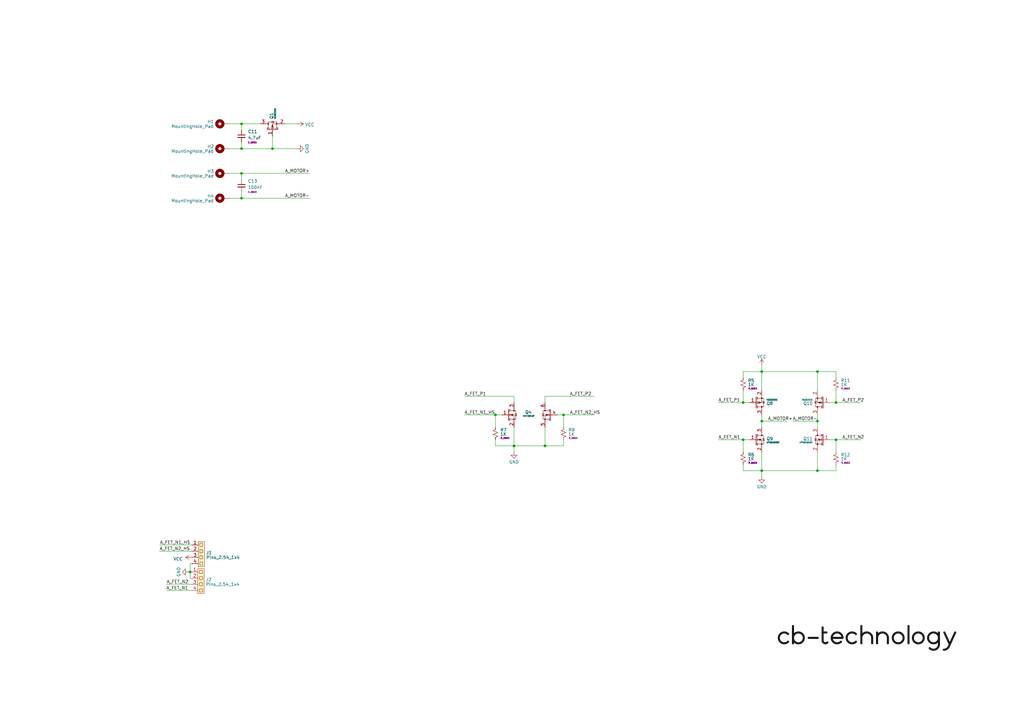
<source format=kicad_sch>
(kicad_sch (version 20230121) (generator eeschema)
  (paper "A3")
  (title_block (title "THE BRAINS - 20A POWER") (date "2023-05-22") (rev "v1.0") (company "CB-TECHNOLOGY"))
  (lib_symbols
    (symbol ".C_Capacitor:C_0603" (pin_numbers hide) (pin_names (offset 1.016))
      (property "Reference" "C" (at 3.175 1.905 0))
      (property "Value" "C_0603" (at 5.715 0 0))
      (property "Size" "C_0603" (at 4.445 -1.905 0))
      (symbol "C_0603_1_1"
        (polyline (pts (xy -1.524 -0.508) (xy 1.524 -0.508)) (stroke (width 0.3302)))
        (polyline (pts (xy -1.524 0.508) (xy 1.524 0.508)) (stroke (width 0.3048)))
        (pin passive line (at 0 2.54 270) (length 2.032) (name "~") (number "1"))
        (pin passive line (at 0 -2.54 90) (length 2.032) (name "~") (number "2"))
      )
    )
    (symbol ".J_Connector:Pins_2.54_1x4" (pin_names hide)
      (property "Reference" "J" (at -1.27 11.43 0))
      (property "Value" "Pins_2.54_1x4" (at 0 -1.27 0))
      (symbol "Pins_2.54_1x4_0_1"
        (rectangle (start -1.27 10.16) (end 1.27 0) (stroke (width 0.1524)) (fill (type background)))
        (rectangle (start -0.635 1.905) (end 0.635 0.635) (stroke (width 0.1524)))
        (rectangle (start -0.635 4.445) (end 0.635 3.175) (stroke (width 0.1524)))
        (rectangle (start -0.635 6.985) (end 0.635 5.715) (stroke (width 0.1524)))
        (rectangle (start -0.635 9.525) (end 0.635 8.255) (stroke (width 0.1524)))
      )
      (symbol "Pins_2.54_1x4_1_1"
        (pin passive line (at -3.81 8.89 0) (length 2.54) (name "1") (number "1"))
        (pin passive line (at -3.81 6.35 0) (length 2.54) (name "2") (number "2"))
        (pin passive line (at -3.81 3.81 0) (length 2.54) (name "3") (number "3"))
        (pin passive line (at -3.81 1.27 0) (length 2.54) (name "4") (number "4"))
      )
    )
    (symbol ".Q_MOSFET:AP50N03DF" (pin_names (offset 0) hide)
      (property "Reference" "Q" (at 2.54 1.27 0))
      (property "Value" "AP50N03DF" (at 2.54 -0.381 0))
      (symbol "AP50N03DF_0_1"
        (circle (center 0 -1.778) (radius 0.254) (fill (type outline)))
        (polyline (pts (xy -2.286 -2.286) (xy -2.286 2.286)) (stroke (width 0.254)))
        (polyline (pts (xy -1.778 -1.27) (xy -1.778 -2.286)) (stroke (width 0.254)))
        (polyline (pts (xy -1.778 0.508) (xy -1.778 -0.508)) (stroke (width 0.254)))
        (polyline (pts (xy -1.778 2.286) (xy -1.778 1.27)) (stroke (width 0.254)))
        (polyline (pts (xy 0 2.54) (xy 0 1.778)))
        (polyline (pts (xy 0 -2.54) (xy 0 0) (xy -1.778 0)))
        (polyline (pts (xy -1.778 1.778) (xy 0.762 1.778) (xy 0.762 -1.778) (xy -1.778 -1.778)))
        (polyline (pts (xy -1.4732 0) (xy -0.4572 -0.381) (xy -0.4572 0.381) (xy -1.4732 0)) (fill (type outline)))
        (polyline (pts (xy 0.254 0.3048) (xy 0.381 0.4318) (xy 1.143 0.4318) (xy 1.27 0.5588)))
        (polyline (pts (xy 0.762 0.3048) (xy 1.143 -0.3302) (xy 0.381 -0.3302) (xy 0.762 0.3048)))
        (circle (center 0 1.778) (radius 0.254) (fill (type outline)))
      )
      (symbol "AP50N03DF_1_1"
        (pin input line (at -5.08 0 0) (length 2.6924) (name "G") (number "1"))
        (pin passive line (at 0 -5.08 90) (length 2.54) (name "S") (number "2"))
        (pin passive line (at 0 5.08 270) (length 2.54) (name "D") (number "3"))
      )
    )
    (symbol ".Q_MOSFET:HXY304DF" (pin_names (offset 0) hide)
      (property "Reference" "Q" (at -2.54 1.651 0))
      (property "Value" "HXY304DF" (at -2.54 0 0))
      (symbol "HXY304DF_0_1"
        (circle (center -7.62 -1.778) (radius 0.254) (fill (type outline)))
        (circle (center -7.62 1.778) (radius 0.254) (fill (type outline)))
        (polyline (pts (xy -9.906 -2.286) (xy -9.906 2.286)) (stroke (width 0.254)))
        (polyline (pts (xy -9.398 -1.27) (xy -9.398 -2.286)) (stroke (width 0.254)))
        (polyline (pts (xy -9.398 0.508) (xy -9.398 -0.508)) (stroke (width 0.254)))
        (polyline (pts (xy -9.398 2.286) (xy -9.398 1.27)) (stroke (width 0.254)))
        (polyline (pts (xy -7.62 2.54) (xy -7.62 1.778)))
        (polyline (pts (xy 5.08 2.54) (xy 5.08 1.778)))
        (polyline (pts (xy 6.858 -1.27) (xy 6.858 -2.286)) (stroke (width 0.254)))
        (polyline (pts (xy 6.858 0.508) (xy 6.858 -0.508)) (stroke (width 0.254)))
        (polyline (pts (xy 6.858 2.286) (xy 6.858 1.27)) (stroke (width 0.254)))
        (polyline (pts (xy 7.366 -2.286) (xy 7.366 2.286)) (stroke (width 0.254)))
        (polyline (pts (xy -7.62 -2.54) (xy -7.62 0) (xy -9.398 0)))
        (polyline (pts (xy 5.08 -2.54) (xy 5.08 0) (xy 6.858 0)))
        (polyline (pts (xy -9.398 1.778) (xy -6.858 1.778) (xy -6.858 -1.778) (xy -9.398 -1.778)))
        (polyline (pts (xy -9.0932 0) (xy -8.0772 -0.381) (xy -8.0772 0.381) (xy -9.0932 0)) (fill (type outline)))
        (polyline (pts (xy -7.366 0.3048) (xy -7.239 0.4318) (xy -6.477 0.4318) (xy -6.35 0.5588)))
        (polyline (pts (xy -6.858 0.3048) (xy -6.477 -0.3302) (xy -7.239 -0.3302) (xy -6.858 0.3048)))
        (polyline (pts (xy 4.318 0.3048) (xy 3.937 -0.3302) (xy 4.699 -0.3302) (xy 4.318 0.3048)))
        (polyline (pts (xy 4.826 0.3048) (xy 4.699 0.4318) (xy 3.937 0.4318) (xy 3.81 0.5588)))
        (polyline (pts (xy 6.5532 0) (xy 5.5372 -0.381) (xy 5.5372 0.381) (xy 6.5532 0)) (fill (type outline)))
        (polyline (pts (xy 6.858 1.778) (xy 4.318 1.778) (xy 4.318 -1.778) (xy 6.858 -1.778)))
        (circle (center 5.08 -1.778) (radius 0.254) (fill (type outline)))
        (circle (center 5.08 1.778) (radius 0.254) (fill (type outline)))
      )
      (symbol "HXY304DF_1_1"
        (pin input line (at -12.7 0 0) (length 2.6924) (name "G") (number "1"))
        (pin passive line (at -7.62 -5.08 90) (length 2.54) (name "S") (number "2"))
        (pin passive line (at -7.62 5.08 270) (length 2.54) (name "D") (number "3"))
        (pin input line (at 10.16 0 180) (length 2.6924) (name "G") (number "4"))
        (pin passive line (at 5.08 -5.08 90) (length 2.54) (name "S") (number "5"))
        (pin passive line (at 5.08 5.08 270) (length 2.54) (name "D") (number "6"))
      )
    )
    (symbol ".Q_MOSFET:VS3522AE" (pin_names (offset 0) hide)
      (property "Reference" "Q" (at 2.54 1.27 0))
      (property "Value" "VS3522AE" (at 2.54 -0.381 0))
      (symbol "VS3522AE_0_1"
        (circle (center 0 -1.778) (radius 0.254) (fill (type outline)))
        (polyline (pts (xy -2.286 -2.286) (xy -2.286 2.286)) (stroke (width 0.254)))
        (polyline (pts (xy -1.778 -1.27) (xy -1.778 -2.286)) (stroke (width 0.254)))
        (polyline (pts (xy -1.778 0.508) (xy -1.778 -0.508)) (stroke (width 0.254)))
        (polyline (pts (xy -1.778 2.286) (xy -1.778 1.27)) (stroke (width 0.254)))
        (polyline (pts (xy 0 2.54) (xy 0 1.778)))
        (polyline (pts (xy 0 -2.54) (xy 0 0) (xy -1.778 0)))
        (polyline (pts (xy -1.778 1.778) (xy 0.762 1.778) (xy 0.762 -1.778) (xy -1.778 -1.778)))
        (polyline (pts (xy -0.254 0) (xy -1.27 0.381) (xy -1.27 -0.381) (xy -0.254 0)) (fill (type outline)))
        (polyline (pts (xy 0.254 -0.508) (xy 0.381 -0.381) (xy 1.143 -0.381) (xy 1.27 -0.254)))
        (polyline (pts (xy 0.762 -0.381) (xy 0.381 0.254) (xy 1.143 0.254) (xy 0.762 -0.381)))
        (circle (center 0 1.778) (radius 0.254) (fill (type outline)))
      )
      (symbol "VS3522AE_1_1"
        (pin input line (at -5.08 0 0) (length 2.6924) (name "G") (number "1"))
        (pin passive line (at 0 -5.08 90) (length 2.54) (name "S") (number "2"))
        (pin passive line (at 0 5.08 270) (length 2.54) (name "D") (number "3"))
      )
    )
    (symbol ".R_Resistor:R_0603" (pin_numbers hide) (pin_names (offset 1.016))
      (property "Reference" "R" (at 2.54 1.905 0))
      (property "Value" "R_0603" (at 5.08 0 0))
      (property "Size" "R_0603" (at 3.81 -1.905 0))
      (symbol "R_0603_1_1"
        (polyline (pts (xy 0 0) (xy 1.016 -0.381) (xy 0 -0.762) (xy -1.016 -1.143) (xy 0 -1.524)))
        (polyline (pts (xy 0 1.524) (xy 1.016 1.143) (xy 0 0.762) (xy -1.016 0.381) (xy 0 0)))
        (pin passive line (at 0 2.54 270) (length 1.016) (name "~") (number "1"))
        (pin passive line (at 0 -2.54 90) (length 1.016) (name "~") (number "2"))
      )
    )
    (symbol "Mechanical:MountingHole_Pad" (pin_numbers hide) (pin_names (offset 1.016) hide)
      (property "Reference" "H" (at 0 6.35 0))
      (property "Value" "MountingHole_Pad" (at 0 4.445 0))
      (symbol "MountingHole_Pad_0_1"
        (circle (center 0 1.27) (radius 1.27) (stroke (width 1.27)))
      )
      (symbol "MountingHole_Pad_1_1"
        (pin input line (at 0 -2.54 90) (length 2.54) (name "1") (number "1"))
      )
    )
    (symbol "power:GND" (power) (pin_names (offset 0))
      (property "Value" "GND" (at 0 -3.81 0))
      (symbol "GND_0_1"
        (polyline (pts (xy 0 0) (xy 0 -1.27) (xy 1.27 -1.27) (xy 0 -2.54) (xy -1.27 -1.27) (xy 0 -1.27)))
      )
      (symbol "GND_1_1"
        (pin power_in line (at 0 0 270) (length 0) hide (name "GND") (number "1"))
      )
    )
    (symbol "power:VCC" (power) (pin_names (offset 0))
      (property "Value" "VCC" (at 0 3.81 0))
      (symbol "VCC_0_1"
        (polyline (pts (xy -0.762 1.27) (xy 0 2.54)))
        (polyline (pts (xy 0 0) (xy 0 2.54)))
        (polyline (pts (xy 0 2.54) (xy 0.762 1.27)))
      )
      (symbol "VCC_1_1"
        (pin power_in line (at 0 0 90) (length 0) hide (name "VCC") (number "1"))
      )
    )
  )
  (junction (at 342.9 165.1))
  (junction (at 99.06 81.28))
  (junction (at 111.76 60.96))
  (junction (at 223.52 182.88))
  (junction (at 99.06 60.96))
  (junction (at 304.8 165.1))
  (junction (at 231.14 170.18))
  (junction (at 203.2 170.18))
  (junction (at 335.28 172.72))
  (junction (at 312.42 152.4))
  (junction (at 335.28 152.4))
  (junction (at 342.9 180.34))
  (junction (at 304.8 180.34))
  (junction (at 99.06 50.8))
  (junction (at 99.06 71.12))
  (junction (at 312.42 193.04))
  (junction (at 335.28 193.04))
  (junction (at 77.978 234.569))
  (junction (at 312.42 172.72))
  (junction (at 210.82 182.88))
  (wire (pts (xy 93.98 71.12) (xy 99.06 71.12)))
  (wire (pts (xy 335.28 172.72) (xy 335.28 175.26)))
  (wire (pts (xy 325.12 172.72) (xy 335.28 172.72)))
  (wire (pts (xy 304.8 193.04) (xy 304.8 190.5)))
  (wire (pts (xy 99.06 58.42) (xy 99.06 60.96)))
  (wire (pts (xy 203.2 182.88) (xy 210.82 182.88)))
  (wire (pts (xy 312.42 152.4) (xy 304.8 152.4)))
  (wire (pts (xy 93.98 81.28) (xy 99.06 81.28)))
  (wire (pts (xy 223.52 182.88) (xy 231.14 182.88)))
  (wire (pts (xy 231.14 170.18) (xy 231.14 175.26)))
  (wire (pts (xy 335.28 152.4) (xy 342.9 152.4)))
  (wire (pts (xy 335.28 193.04) (xy 335.28 185.42)))
  (wire (pts (xy 99.06 50.8) (xy 106.68 50.8)))
  (wire (pts (xy 340.36 180.34) (xy 342.9 180.34)))
  (wire (pts (xy 210.82 162.56) (xy 210.82 165.1)))
  (wire (pts (xy 312.42 193.04) (xy 304.8 193.04)))
  (wire (pts (xy 210.82 182.88) (xy 210.82 185.42)))
  (wire (pts (xy 294.64 180.34) (xy 304.8 180.34)))
  (wire (pts (xy 342.9 160.02) (xy 342.9 165.1)))
  (wire (pts (xy 312.42 152.4) (xy 312.42 160.02)))
  (wire (pts (xy 116.84 50.8) (xy 121.92 50.8)))
  (wire (pts (xy 304.8 180.34) (xy 307.34 180.34)))
  (wire (pts (xy 231.14 170.18) (xy 243.84 170.18)))
  (wire (pts (xy 304.8 180.34) (xy 304.8 185.42)))
  (wire (pts (xy 203.2 180.34) (xy 203.2 182.88)))
  (wire (pts (xy 312.42 193.04) (xy 312.42 195.58)))
  (wire (pts (xy 335.28 152.4) (xy 335.28 160.02)))
  (wire (pts (xy 99.06 71.12) (xy 127 71.12)))
  (wire (pts (xy 99.06 50.8) (xy 99.06 53.34)))
  (wire (pts (xy 210.82 175.26) (xy 210.82 182.88)))
  (wire (pts (xy 342.9 180.34) (xy 353.06 180.34)))
  (wire (pts (xy 312.42 193.04) (xy 335.28 193.04)))
  (wire (pts (xy 99.06 71.12) (xy 99.06 73.66)))
  (wire (pts (xy 342.9 165.1) (xy 353.06 165.1)))
  (wire (pts (xy 342.9 152.4) (xy 342.9 154.94)))
  (wire (pts (xy 78.74 231.14) (xy 77.978 231.14)))
  (wire (pts (xy 65.532 223.52) (xy 78.74 223.52)))
  (wire (pts (xy 231.14 170.18) (xy 228.6 170.18)))
  (wire (pts (xy 335.28 170.18) (xy 335.28 172.72)))
  (wire (pts (xy 65.405 226.06) (xy 78.74 226.06)))
  (wire (pts (xy 68.199 242.189) (xy 78.613 242.189)))
  (wire (pts (xy 77.343 234.569) (xy 77.978 234.569)))
  (wire (pts (xy 190.5 162.56) (xy 210.82 162.56)))
  (wire (pts (xy 203.2 170.18) (xy 205.74 170.18)))
  (wire (pts (xy 312.42 185.42) (xy 312.42 193.04)))
  (wire (pts (xy 312.42 149.86) (xy 312.42 152.4)))
  (wire (pts (xy 190.5 170.18) (xy 203.2 170.18)))
  (wire (pts (xy 312.42 152.4) (xy 335.28 152.4)))
  (wire (pts (xy 223.52 162.56) (xy 243.84 162.56)))
  (wire (pts (xy 93.98 60.96) (xy 99.06 60.96)))
  (wire (pts (xy 231.14 182.88) (xy 231.14 180.34)))
  (wire (pts (xy 304.8 165.1) (xy 307.34 165.1)))
  (wire (pts (xy 203.2 170.18) (xy 203.2 175.26)))
  (wire (pts (xy 294.64 165.1) (xy 304.8 165.1)))
  (wire (pts (xy 223.52 175.26) (xy 223.52 182.88)))
  (wire (pts (xy 77.978 237.109) (xy 78.613 237.109)))
  (wire (pts (xy 68.326 239.649) (xy 78.613 239.649)))
  (wire (pts (xy 304.8 160.02) (xy 304.8 165.1)))
  (wire (pts (xy 77.978 234.569) (xy 78.613 234.569)))
  (wire (pts (xy 111.76 55.88) (xy 111.76 60.96)))
  (wire (pts (xy 340.36 165.1) (xy 342.9 165.1)))
  (wire (pts (xy 304.8 152.4) (xy 304.8 154.94)))
  (wire (pts (xy 99.06 81.28) (xy 127 81.28)))
  (wire (pts (xy 312.42 170.18) (xy 312.42 172.72)))
  (wire (pts (xy 77.978 234.569) (xy 77.978 237.109)))
  (wire (pts (xy 335.28 193.04) (xy 342.9 193.04)))
  (wire (pts (xy 99.06 78.74) (xy 99.06 81.28)))
  (wire (pts (xy 111.76 60.96) (xy 121.92 60.96)))
  (wire (pts (xy 342.9 180.34) (xy 342.9 185.42)))
  (wire (pts (xy 312.42 172.72) (xy 312.42 175.26)))
  (wire (pts (xy 223.52 162.56) (xy 223.52 165.1)))
  (wire (pts (xy 210.82 182.88) (xy 223.52 182.88)))
  (wire (pts (xy 312.42 172.72) (xy 322.58 172.72)))
  (wire (pts (xy 342.9 193.04) (xy 342.9 190.5)))
  (wire (pts (xy 99.06 60.96) (xy 111.76 60.96)))
  (wire (pts (xy 77.978 231.14) (xy 77.978 234.569)))
  (wire (pts (xy 93.98 50.8) (xy 99.06 50.8)))
  (image (at 355.6 261.62) (scale 0.288117))
  (label "A_FET_P2" (at 345.44 165.1 0))
  (label "A_FET_P2" (at 233.68 162.56 0))
  (label "A_FET_N1" (at 294.64 180.34 0))
  (label "A_FET_N1" (at 68.199 242.189 0))
  (label "A_FET_P1" (at 294.64 165.1 0))
  (label "A_FET_N1_HS" (at 65.532 223.52 0))
  (label "A_MOTOR+" (at 116.84 71.12 0))
  (label "A_MOTOR-" (at 325.12 172.72 0))
  (label "A_FET_N2" (at 68.326 239.649 0))
  (label "A_FET_N2_HS" (at 233.68 170.18 0))
  (label "A_FET_N2_HS" (at 65.405 226.06 0))
  (label "A_MOTOR+" (at 314.96 172.72 0))
  (label "A_FET_N1_HS" (at 190.5 170.18 0))
  (label "A_FET_N2" (at 345.44 180.34 0))
  (label "A_FET_P1" (at 190.5 162.56 0))
  (label "A_MOTOR-" (at 116.84 81.28 0))
  (symbol (lib_id ".R_Resistor:R_0603") (at 342.9 157.48 0) (mirror y) (unit 1)
    (property "Reference" "R11" (at 344.8304 156.0321 0) (effects (justify right)))
    (property "Value" "1K" (at 344.805 157.7593 0) (effects (justify right)))
    (property "Footprint" ".R_Resistor:R_0603" (effects hide))
    (property "Size" "R_0603" (at 344.9828 159.3596 0) (effects (font (size 0.635 0.635)) (justify right)))
  )
  (symbol (lib_id "power:GND") (at 210.82 185.42 0) (unit 1)
    (property "Reference" "#PWR019" (effects hide))
    (property "Value" "GND" (at 210.82 189.484 0))
  )
  (symbol (lib_id ".J_Connector:Pins_2.54_1x4") (at 82.423 243.459 0) (unit 1)
    (property "Reference" "J2" (at 84.4042 237.7353 0) (effects (justify left)))
    (property "Value" "Pins_2.54_1x4" (at 84.4042 239.6563 0) (effects (justify left)))
    (property "Footprint" ".J_Connector:Pins-2.54-1x4" (effects hide))
  )
  (symbol (lib_id "power:VCC") (at 121.92 50.8 270) (unit 1)
    (property "Reference" "#PWR04" (effects hide))
    (property "Value" "VCC" (at 125.095 51.1168 90) (effects (justify left)))
  )
  (symbol (lib_id "power:GND") (at 77.343 234.569 270) (unit 1)
    (property "Reference" "#PWR07" (effects hide))
    (property "Value" "GND" (at 73.279 234.569 0))
  )
  (symbol (lib_id ".Q_MOSFET:VS3522AE") (at 111.76 50.8 90) (unit 1)
    (property "Reference" "Q1" (at 111.385 48.895 0) (effects (justify left)))
    (property "Value" "VS3522AE" (at 112.8726 48.895 0) (effects (font (size 0.6096 0.6096)) (justify left)))
    (property "Footprint" ".Q_MOSFET:8-DFN_3x3" (effects hide))
    (property "Datasheet" "https://datasheet.lcsc.com/lcsc/1912111437_Vanguard-VS3522AE_C428259.pdf" (effects hide))
  )
  (symbol (lib_id ".Q_MOSFET:VS3522AE") (at 312.42 165.1 0) (mirror x) (unit 1)
    (property "Reference" "Q8" (at 314.325 165.475 0) (effects (justify left)))
    (property "Value" "VS3522AE" (at 314.325 163.9874 0) (effects (font (size 0.6096 0.6096)) (justify left)))
    (property "Footprint" ".Q_MOSFET:8-DFN_3x3" (effects hide))
    (property "Datasheet" "https://datasheet.lcsc.com/lcsc/1912111437_Vanguard-VS3522AE_C428259.pdf" (effects hide))
  )
  (symbol (lib_id ".R_Resistor:R_0603") (at 304.8 157.48 0) (mirror y) (unit 1)
    (property "Reference" "R5" (at 306.7304 156.0321 0) (effects (justify right)))
    (property "Value" "1K" (at 306.705 157.7593 0) (effects (justify right)))
    (property "Footprint" ".R_Resistor:R_0603" (effects hide))
    (property "Size" "R_0603" (at 306.8828 159.3596 0) (effects (font (size 0.635 0.635)) (justify right)))
  )
  (symbol (lib_id "power:VCC") (at 78.74 228.6 90) (unit 1)
    (property "Reference" "#PWR06" (effects hide))
    (property "Value" "VCC" (at 74.93 229.235 90) (effects (justify left)))
  )
  (symbol (lib_id "Mechanical:MountingHole_Pad") (at 91.44 71.12 90) (unit 1)
    (property "Reference" "H3" (at 86.3854 70.2269 90))
    (property "Value" "MountingHole_Pad" (at 78.9432 72.1638 90))
    (property "Footprint" "MountingHole:MountingHole_2.2mm_M2_Pad_TopBottom" (effects hide))
  )
  (symbol (lib_id ".Q_MOSFET:AP50N03DF") (at 335.28 180.34 0) (mirror y) (unit 1)
    (property "Reference" "Q11" (at 333.375 179.9567 0) (effects (justify left)))
    (property "Value" "AP50N03DF" (at 333.375 181.4577 0) (effects (font (size 0.63 0.63)) (justify left)))
    (property "Footprint" ".Q_MOSFET:8-DFN_3x3" (effects hide))
    (property "Datasheet" "https://datasheet.lcsc.com/lcsc/2205131445_A-Power-microelectronics-AP50N03DF_C3011272.pdf" (effects hide))
  )
  (symbol (lib_id ".Q_MOSFET:VS3522AE") (at 335.28 165.1 180) (unit 1)
    (property "Reference" "Q10" (at 333.375 165.475 0) (effects (justify left)))
    (property "Value" "VS3522AE" (at 333.375 163.9874 0) (effects (font (size 0.6096 0.6096)) (justify left)))
    (property "Footprint" ".Q_MOSFET:8-DFN_3x3" (effects hide))
    (property "Datasheet" "https://datasheet.lcsc.com/lcsc/1912111437_Vanguard-VS3522AE_C428259.pdf" (effects hide))
  )
  (symbol (lib_id ".R_Resistor:R_0603") (at 342.9 187.96 0) (mirror y) (unit 1)
    (property "Reference" "R12" (at 344.8304 186.5121 0) (effects (justify right)))
    (property "Value" "1K" (at 344.805 188.2393 0) (effects (justify right)))
    (property "Footprint" ".R_Resistor:R_0603" (effects hide))
    (property "Size" "R_0603" (at 344.9828 189.8396 0) (effects (font (size 0.635 0.635)) (justify right)))
  )
  (symbol (lib_id ".R_Resistor:R_0603") (at 304.8 187.96 0) (mirror y) (unit 1)
    (property "Reference" "R6" (at 306.7304 186.5121 0) (effects (justify right)))
    (property "Value" "1K" (at 306.705 188.2393 0) (effects (justify right)))
    (property "Footprint" ".R_Resistor:R_0603" (effects hide))
    (property "Size" "R_0603" (at 306.8828 189.8396 0) (effects (font (size 0.635 0.635)) (justify right)))
  )
  (symbol (lib_id "power:GND") (at 312.42 195.58 0) (unit 1)
    (property "Reference" "#PWR018" (effects hide))
    (property "Value" "GND" (at 312.42 199.644 0))
  )
  (symbol (lib_id ".C_Capacitor:C_0603") (at 99.06 76.2 0) (unit 1)
    (property "Reference" "C13" (at 101.6508 74.3012 0) (effects (justify left)))
    (property "Value" "100nF" (at 101.6508 76.8412 0) (effects (justify left)))
    (property "Footprint" ".C_Capacitor:C_0603" (effects hide))
    (property "Size" "C_0603" (at 101.6508 78.7463 0) (effects (font (size 0.635 0.635)) (justify left)))
  )
  (symbol (lib_id ".R_Resistor:R_0603") (at 203.2 177.8 0) (mirror y) (unit 1)
    (property "Reference" "R7" (at 205.1304 176.3521 0) (effects (justify right)))
    (property "Value" "1K" (at 205.105 178.0793 0) (effects (justify right)))
    (property "Footprint" ".R_Resistor:R_0603" (effects hide))
    (property "Size" "R_0603" (at 205.2828 179.6796 0) (effects (font (size 0.635 0.635)) (justify right)))
  )
  (symbol (lib_id "power:GND") (at 121.92 60.96 90) (unit 1)
    (property "Reference" "#PWR05" (effects hide))
    (property "Value" "GND" (at 125.984 60.96 0))
  )
  (symbol (lib_id "power:VCC") (at 312.42 149.86 0) (unit 1)
    (property "Reference" "#PWR017" (effects hide))
    (property "Value" "VCC" (at 312.42 146.3581 0))
  )
  (symbol (lib_id "Mechanical:MountingHole_Pad") (at 91.44 81.28 90) (unit 1)
    (property "Reference" "H4" (at 86.3854 80.3869 90))
    (property "Value" "MountingHole_Pad" (at 78.9432 82.3238 90))
    (property "Footprint" "MountingHole:MountingHole_2.2mm_M2_Pad_TopBottom" (effects hide))
  )
  (symbol (lib_id ".Q_MOSFET:AP50N03DF") (at 312.42 180.34 0) (unit 1)
    (property "Reference" "Q9" (at 314.325 179.9567 0) (effects (justify left)))
    (property "Value" "AP50N03DF" (at 314.325 181.4577 0) (effects (font (size 0.63 0.63)) (justify left)))
    (property "Footprint" ".Q_MOSFET:8-DFN_3x3" (effects hide))
    (property "Datasheet" "https://datasheet.lcsc.com/lcsc/2205131445_A-Power-microelectronics-AP50N03DF_C3011272.pdf" (effects hide))
  )
  (symbol (lib_id ".R_Resistor:R_0603") (at 231.14 177.8 0) (mirror y) (unit 1)
    (property "Reference" "R9" (at 233.0704 176.3521 0) (effects (justify right)))
    (property "Value" "1K" (at 233.045 178.0793 0) (effects (justify right)))
    (property "Footprint" ".R_Resistor:R_0603" (effects hide))
    (property "Size" "R_0603" (at 233.2228 179.6796 0) (effects (font (size 0.635 0.635)) (justify right)))
  )
  (symbol (lib_id "Mechanical:MountingHole_Pad") (at 91.44 60.96 90) (unit 1)
    (property "Reference" "H2" (at 86.3854 60.0669 90))
    (property "Value" "MountingHole_Pad" (at 78.9432 62.0038 90))
    (property "Footprint" "MountingHole:MountingHole_2.2mm_M2_Pad_TopBottom" (effects hide))
  )
  (symbol (lib_id ".J_Connector:Pins_2.54_1x4") (at 82.55 232.41 0) (unit 1)
    (property "Reference" "J1" (at 84.5312 226.6863 0) (effects (justify left)))
    (property "Value" "Pins_2.54_1x4" (at 84.5312 228.6073 0) (effects (justify left)))
    (property "Footprint" ".J_Connector:Pins-2.54-1x4" (effects hide))
  )
  (symbol (lib_id "Mechanical:MountingHole_Pad") (at 91.44 50.8 90) (unit 1)
    (property "Reference" "H1" (at 86.3854 49.9069 90))
    (property "Value" "MountingHole_Pad" (at 78.9432 51.8438 90))
    (property "Footprint" "MountingHole:MountingHole_2.2mm_M2_Pad_TopBottom" (effects hide))
  )
  (symbol (lib_id ".Q_MOSFET:HXY304DF") (at 218.44 170.18 0) (unit 1)
    (property "Reference" "Q4" (at 216.7373 169.0708 0))
    (property "Value" "HXY304DF" (at 216.9281 170.6181 0) (effects (font (size 0.63 0.63))))
    (property "Footprint" ".Q_MOSFET:8-DFN_3x3_DUAL" (effects hide))
    (property "Datasheet" "https://datasheet.lcsc.com/lcsc/2212160808_HXY-MOSFET-HXY304DF_C3033454.pdf" (effects hide))
  )
  (symbol (lib_id ".C_Capacitor:C_0603") (at 99.06 55.88 0) (unit 1)
    (property "Reference" "C11" (at 101.6508 53.9812 0) (effects (justify left)))
    (property "Value" "4.7uF" (at 101.6508 56.5212 0) (effects (justify left)))
    (property "Footprint" ".C_Capacitor:C_0603" (effects hide))
    (property "Size" "C_0603" (at 101.6508 58.4263 0) (effects (font (size 0.635 0.635)) (justify left)))
  )
)
</source>
